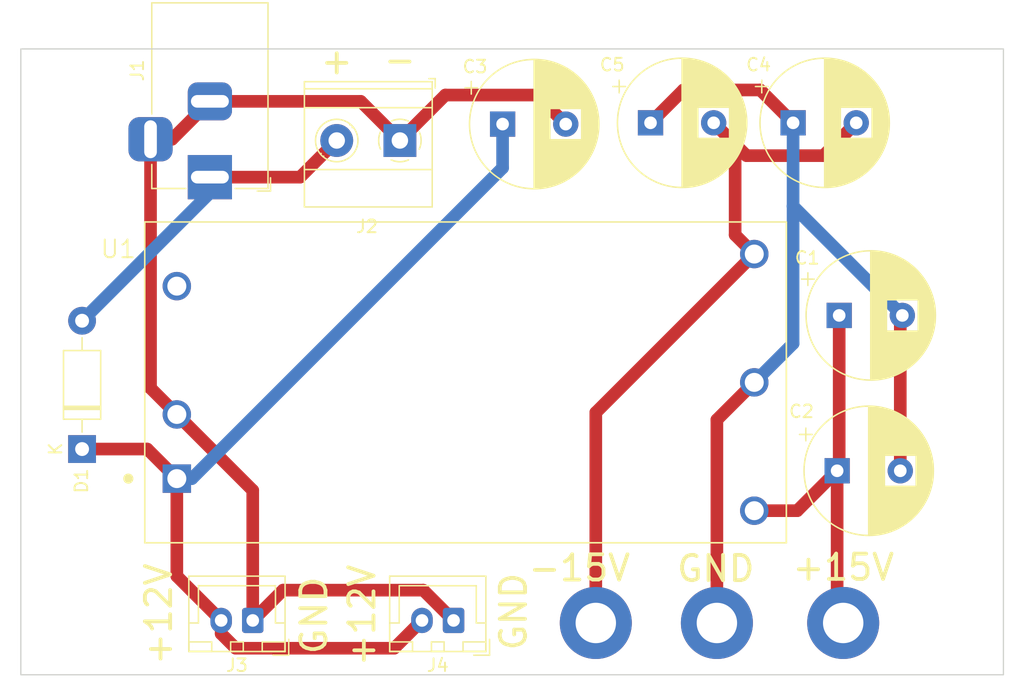
<source format=kicad_pcb>
(kicad_pcb (version 20211014) (generator pcbnew)
  (layers (0 "F.Cu" signal) (31 "B.Cu" signal) (34 "B.Paste" user) (35 "F.Paste" user) (36 "B.SilkS" user "B.Silkscreen") (37 "F.SilkS" user "F.Silkscreen") (38 "B.Mask" user) (39 "F.Mask" user) (44 "Edge.Cuts" user))
  (net 0 "")
  (net 1 "+15V")
  (net 2 "GND")
  (net 3 "Net-(C3-Pad1)")
  (net 4 "Net-(C3-Pad2)")
  (net 5 "-15V")
  (net 6 "Net-(D1-Pad2)")
  (footprint "Connector_JST:JST_XH_B2B-XH-A_1x02_P2.50mm_Vertical" (layer "F.Cu") (at 143.25 99 180)
    (fp_text reference "J3" (at 1.25 -3.55) (layer "F.SilkS"))
    (fp_text value "Conn_01x02")
    (pad "1" thru_hole roundrect locked (at 0 0 180) (size 1.7 2) (drill 1) (layers *.Cu *.Mask) (roundrect_rratio 0.1470588235) (net 4 "Net-(C3-Pad2)"))
    (pad "2" thru_hole oval locked (at 2.5 0 180) (size 1.7 2) (drill 1) (layers *.Cu *.Mask) (net 3 "Net-(C3-Pad1)"))
  )
  (footprint "TerminalBlock_Phoenix:TerminalBlock_Phoenix_MKDS-1,5-2_1x02_P5.00mm_Horizontal" (layer "F.Cu") (at 154.9 61 180)
    (fp_text reference "J2" (at 2.6 -6.805) (layer "F.SilkS"))
    (fp_text value "Screw_Terminal_01x02")
    (pad "1" thru_hole rect locked (at 0 0 180) (size 2.6 2.6) (drill 1.3) (layers *.Cu *.Mask) (net 4 "Net-(C3-Pad2)"))
    (pad "2" thru_hole circle locked (at 5 0 180) (size 2.6 2.6) (drill 1.3) (layers *.Cu *.Mask) (net 6 "Net-(D1-Pad2)"))
  )
  (footprint "Capacitor_THT:CP_Radial_D10.0mm_P5.00mm" (layer "F.Cu") (at 163.032323 59.7)
    (fp_text reference "C3" (at -2.182323 -4.55) (layer "F.SilkS"))
    (fp_text value "220u")
    (pad "1" thru_hole rect locked (at 0 0) (size 2 2) (drill 1) (layers *.Cu *.Mask) (net 3 "Net-(C3-Pad1)"))
    (pad "2" thru_hole circle locked (at 5 0) (size 2 2) (drill 1) (layers *.Cu *.Mask) (net 4 "Net-(C3-Pad2)"))
  )
  (footprint "Capacitor_THT:CP_Radial_D10.0mm_P5.00mm" (layer "F.Cu") (at 186.032323 59.6)
    (fp_text reference "C4" (at -2.732323 -4.6) (layer "F.SilkS"))
    (fp_text value "220u")
    (pad "1" thru_hole rect locked (at 0 0) (size 2 2) (drill 1) (layers *.Cu *.Mask) (net 2 "GND"))
    (pad "2" thru_hole circle locked (at 5 0) (size 2 2) (drill 1) (layers *.Cu *.Mask) (net 5 "-15V"))
  )
  (footprint "MountingHole:MountingHole_3.2mm_M3_ISO7380_Pad_TopBottom" (layer "F.Cu") (at 170.4125 99.2)
    (fp_text reference "H6" (at 0.0625 0.05) (layer "F.SilkS"))
    (fp_text value "MountingHole_Pad")
    (pad "1" thru_hole circle locked (at 0 0) (size 3.6 3.6) (drill 3.2) (layers *.Cu *.Mask) (net 5 "-15V"))
    (pad "1" connect circle locked (at 0 0) (size 5.7 5.7) (layers "B.Cu" "B.Mask") (net 5 "-15V"))
    (pad "1" connect circle locked (at 0 0) (size 5.7 5.7) (layers "F.Cu" "F.Mask") (net 5 "-15V"))
  )
  (footprint "MountingHole:MountingHole_3.2mm_M3_ISO7380_Pad_TopBottom" (layer "F.Cu") (at 180 99.2)
    (fp_text reference "H4" (at 0.0625 0.05) (layer "F.SilkS"))
    (fp_text value "MountingHole_Pad")
    (pad "1" connect circle locked (at 0 0) (size 5.7 5.7) (layers "F.Cu" "F.Mask") (net 2 "GND"))
    (pad "1" connect circle locked (at 0 0) (size 5.7 5.7) (layers "B.Cu" "B.Mask") (net 2 "GND"))
    (pad "1" thru_hole circle locked (at 0 0) (size 3.6 3.6) (drill 3.2) (layers *.Cu *.Mask) (net 2 "GND"))
  )
  (footprint "Connector_JST:JST_XH_B2B-XH-A_1x02_P2.50mm_Vertical" (layer "F.Cu") (at 159.15 99 180)
    (fp_text reference "J4" (at 1.25 -3.55) (layer "F.SilkS"))
    (fp_text value "Conn_01x02")
    (pad "1" thru_hole roundrect locked (at 0 0 180) (size 1.7 2) (drill 1) (layers *.Cu *.Mask) (roundrect_rratio 0.1470588235) (net 4 "Net-(C3-Pad2)"))
    (pad "2" thru_hole oval locked (at 2.5 0 180) (size 1.7 2) (drill 1) (layers *.Cu *.Mask) (net 3 "Net-(C3-Pad1)"))
  )
  (footprint "Capacitor_THT:CP_Radial_D10.0mm_P5.00mm" (layer "F.Cu") (at 189.682323 74.85)
    (fp_text reference "C1" (at -2.532323 -4.55) (layer "F.SilkS"))
    (fp_text value "220u")
    (pad "1" thru_hole rect locked (at 0 0) (size 2 2) (drill 1) (layers *.Cu *.Mask) (net 1 "+15V"))
    (pad "2" thru_hole circle locked (at 5 0) (size 2 2) (drill 1) (layers *.Cu *.Mask) (net 2 "GND"))
  )
  (footprint "Alex Custom:CONV_PYBE30-Q24-D12" (layer "F.Cu") (at 160.1 80.15)
    (fp_text reference "U1" (at -27.5 -10.55) (layer "F.SilkS") (effects (font (size 1.4 1.4))))
    (fp_text value "TEN20-2422WIN")
    (pad "1" thru_hole rect locked (at -22.86 7.62) (size 2.25 2.25) (drill 1.5) (layers *.Cu *.Mask) (net 3 "Net-(C3-Pad1)"))
    (pad "2" thru_hole circle locked (at -22.86 2.54) (size 2.25 2.25) (drill 1.5) (layers *.Cu *.Mask) (net 4 "Net-(C3-Pad2)"))
    (pad "3" thru_hole circle locked (at -22.86 -7.62) (size 2.25 2.25) (drill 1.5) (layers *.Cu *.Mask))
    (pad "4" thru_hole circle locked (at 22.86 -10.16) (size 2.25 2.25) (drill 1.5) (layers *.Cu *.Mask) (net 5 "-15V"))
    (pad "5" thru_hole circle locked (at 22.86 0) (size 2.25 2.25) (drill 1.5) (layers *.Cu *.Mask) (net 2 "GND"))
    (pad "6" thru_hole circle locked (at 22.86 10.16) (size 2.25 2.25) (drill 1.5) (layers *.Cu *.Mask) (net 1 "+15V"))
  )
  (footprint "Capacitor_THT:CP_Radial_D10.0mm_P5.00mm" (layer "F.Cu") (at 189.519823 87.15)
    (fp_text reference "C2" (at -2.819823 -4.7) (layer "F.SilkS"))
    (fp_text value "220u")
    (pad "1" thru_hole rect locked (at 0 0) (size 2 2) (drill 1) (layers *.Cu *.Mask) (net 1 "+15V"))
    (pad "2" thru_hole circle locked (at 5 0) (size 2 2) (drill 1) (layers *.Cu *.Mask) (net 2 "GND"))
  )
  (footprint "MountingHole:MountingHole_3.2mm_M3" (layer "F.Cu") (at 199.1875 99.8)
    (fp_text reference "H1" (at -0.1 -0.15) (layer "F.SilkS"))
    (fp_text value "MountingHole")
    (pad "" np_thru_hole circle locked (at 0 0) (size 3.2 3.2) (drill 3.2) (layers *.Cu *.Mask))
  )
  (footprint "MountingHole:MountingHole_3.2mm_M3" (layer "F.Cu") (at 128.3875 57.35)
    (fp_text reference "H3" (at -0.1 -0.05) (layer "F.SilkS"))
    (fp_text value "MountingHole")
    (pad "" np_thru_hole circle locked (at 0 0) (size 3.2 3.2) (drill 3.2) (layers *.Cu *.Mask))
  )
  (footprint "Connector_BarrelJack:BarrelJack_Horizontal" (layer "F.Cu") (at 139.8575 63.9 -90)
    (fp_text reference "J1" (at -8.45 5.75 90) (layer "F.SilkS"))
    (fp_text value "Barrel_Jack_Switch")
    (pad "1" thru_hole rect locked (at 0 0 270) (size 3.5 3.5) (drill oval 1 3) (layers *.Cu *.Mask) (net 6 "Net-(D1-Pad2)"))
    (pad "2" thru_hole roundrect locked (at -6 0 270) (size 3 3.5) (drill oval 1 3) (layers *.Cu *.Mask) (net 4 "Net-(C3-Pad2)"))
    (pad "3" thru_hole roundrect locked (at -3 4.7 270) (size 3.5 3.5) (drill oval 3 1) (layers *.Cu *.Mask) (net 4 "Net-(C3-Pad2)"))
  )
  (footprint "Diode_THT:D_DO-41_SOD81_P10.16mm_Horizontal" (layer "F.Cu") (at 129.7375 85.43 90)
    (fp_text reference "D1" (at -2.52 -0.05 90) (layer "F.SilkS"))
    (fp_text value "1N4007")
    (fp_text user "K" (at 0 -2.1 90) (layer "F.SilkS"))
    (pad "1" thru_hole rect locked (at 0 0 90) (size 2.2 2.2) (drill 1.1) (layers *.Cu *.Mask) (net 3 "Net-(C3-Pad1)"))
    (pad "2" thru_hole oval locked (at 10.16 0 90) (size 2.2 2.2) (drill 1.1) (layers *.Cu *.Mask) (net 6 "Net-(D1-Pad2)"))
  )
  (footprint "Capacitor_THT:CP_Radial_D10.0mm_P5.00mm" (layer "F.Cu") (at 174.744823 59.6)
    (fp_text reference "C5" (at -3.032323 -4.6) (layer "F.SilkS"))
    (fp_text value "220u")
    (pad "1" thru_hole rect locked (at 0 0) (size 2 2) (drill 1) (layers *.Cu *.Mask) (net 2 "GND"))
    (pad "2" thru_hole circle locked (at 5 0) (size 2 2) (drill 1) (layers *.Cu *.Mask) (net 5 "-15V"))
  )
  (footprint "MountingHole:MountingHole_3.2mm_M3" (layer "F.Cu") (at 128.3875 99.8)
    (fp_text reference "H7" (at 0.094646 0.1) (layer "F.SilkS"))
    (fp_text value "MountingHole")
    (pad "" np_thru_hole circle locked (at 0 0) (size 3.2 3.2) (drill 3.2) (layers *.Cu *.Mask))
  )
  (footprint "MountingHole:MountingHole_3.2mm_M3_ISO7380_Pad_TopBottom" (layer "F.Cu") (at 190 99.2)
    (fp_text reference "H2" (at 0.0625 0.05) (layer "F.SilkS"))
    (fp_text value "MountingHole_Pad")
    (pad "1" connect circle locked (at 0 0) (size 5.7 5.7) (layers "F.Cu" "F.Mask") (net 1 "+15V"))
    (pad "1" thru_hole circle locked (at 0 0) (size 3.6 3.6) (drill 3.2) (layers *.Cu *.Mask) (net 1 "+15V"))
    (pad "1" connect circle locked (at 0 0) (size 5.7 5.7) (layers "B.Cu" "B.Mask") (net 1 "+15V"))
  )
  (footprint "MountingHole:MountingHole_3.2mm_M3" (layer "F.Cu") (at 199.1875 57.35)
    (fp_text reference "H5" (at 0 0.15) (layer "F.SilkS"))
    (fp_text value "MountingHole")
    (pad "" np_thru_hole circle locked (at 0 0) (size 3.2 3.2) (drill 3.2) (layers *.Cu *.Mask))
  )
  (gr_rect (start 124.8875 53.75) (end 202.6875 103.3) (layer "Edge.Cuts") (width 0.1) (fill none))
  (gr_text "+12V" (at 135.8 98.5 90) (layer "F.SilkS") (effects (font (size 2 2) (thickness 0.3))))
  (gr_text "-15V" (at 169.1125 94.85) (layer "F.SilkS") (effects (font (size 2 2) (thickness 0.3))))
  (gr_text "GND" (at 179.9125 94.9) (layer "F.SilkS") (effects (font (size 2 2) (thickness 0.3))))
  (gr_text "+" (at 149.9 55 180) (layer "F.SilkS") (effects (font (size 2 2) (thickness 0.3))))
  (gr_text "GND" (at 148.1 98.6 90) (layer "F.SilkS") (effects (font (size 2 2) (thickness 0.3))))
  (gr_text "+12V" (at 151.9 98.6 90) (layer "F.SilkS") (effects (font (size 2 2) (thickness 0.3))))
  (gr_text "+15V" (at 190.0125 94.8) (layer "F.SilkS") (effects (font (size 2 2) (thickness 0.3))))
  (gr_text "GND" (at 163.9 98.3 90) (layer "F.SilkS") (effects (font (size 2 2) (thickness 0.3))))
  (gr_text "-" (at 154.9 54.9 180) (layer "F.SilkS") (effects (font (size 2 2) (thickness 0.3))))
  (segment (start 189.519823 87.15) (end 189.519823 98.719823) (width 1) (layer "F.Cu") (net 1))
  (segment (start 182.96 90.31) (end 186.359823 90.31) (width 1) (layer "F.Cu") (net 1))
  (segment (start 189.682323 86.9875) (end 189.519823 87.15) (width 1) (layer "F.Cu") (net 1))
  (segment (start 189.519823 98.719823) (end 190 99.2) (width 1) (layer "F.Cu") (net 1))
  (segment (start 186.359823 90.31) (end 189.519823 87.15) (width 1) (layer "F.Cu") (net 1))
  (segment (start 189.682323 74.85) (end 189.682323 86.9875) (width 1) (layer "F.Cu") (net 1))
  (segment (start 182.96 80.15) (end 180 83.11) (width 1) (layer "F.Cu") (net 2))
  (segment (start 183.432323 57) (end 186.032323 59.6) (width 1) (layer "F.Cu") (net 2))
  (segment (start 174.744823 59.6) (end 177.344823 57) (width 1) (layer "F.Cu") (net 2))
  (segment (start 194.519823 75.0125) (end 194.682323 74.85) (width 1) (layer "F.Cu") (net 2))
  (segment (start 180 83.11) (end 180 99.2) (width 1) (layer "F.Cu") (net 2))
  (segment (start 194.519823 87.15) (end 194.519823 75.0125) (width 1) (layer "F.Cu") (net 2))
  (segment (start 177.344823 57) (end 183.432323 57) (width 1) (layer "F.Cu") (net 2))
  (segment (start 186.032323 77.077677) (end 186.032323 66.2) (width 1) (layer "B.Cu") (net 2))
  (segment (start 182.96 80.15) (end 186.032323 77.077677) (width 1) (layer "B.Cu") (net 2))
  (segment (start 186.032323 59.6) (end 186.032323 66.2) (width 1) (layer "B.Cu") (net 2))
  (segment (start 186.032323 66.2) (end 194.682323 74.85) (width 1) (layer "B.Cu") (net 2))
  (segment (start 140.75 99) (end 140.75 100.05) (width 1) (layer "F.Cu") (net 3))
  (segment (start 141.9 101.2) (end 154.45 101.2) (width 1) (layer "F.Cu") (net 3))
  (segment (start 137.24 95.49) (end 140.75 99) (width 1) (layer "F.Cu") (net 3))
  (segment (start 140.75 100.05) (end 141.9 101.2) (width 1) (layer "F.Cu") (net 3))
  (segment (start 129.7375 85.43) (end 134.9 85.43) (width 1) (layer "F.Cu") (net 3))
  (segment (start 154.45 101.2) (end 156.65 99) (width 1) (layer "F.Cu") (net 3))
  (segment (start 134.9 85.43) (end 137.24 87.77) (width 1) (layer "F.Cu") (net 3))
  (segment (start 137.24 87.77) (end 137.24 95.49) (width 1) (layer "F.Cu") (net 3))
  (segment (start 138.43 87.77) (end 163.032323 63.167677) (width 1) (layer "B.Cu") (net 3))
  (segment (start 137.24 87.77) (end 138.43 87.77) (width 1) (layer "B.Cu") (net 3))
  (segment (start 163.032323 63.167677) (end 163.032323 59.7) (width 1) (layer "B.Cu") (net 3))
  (segment (start 165.732323 57.4) (end 168.032323 59.7) (width 1) (layer "F.Cu") (net 4))
  (segment (start 145.65 96.6) (end 156.75 96.6) (width 1) (layer "F.Cu") (net 4))
  (segment (start 135.1575 80.6075) (end 137.24 82.69) (width 1) (layer "F.Cu") (net 4))
  (segment (start 137.24 82.69) (end 143.25 88.7) (width 1) (layer "F.Cu") (net 4))
  (segment (start 135.1575 60.9) (end 136.8575 60.9) (width 1) (layer "F.Cu") (net 4))
  (segment (start 143.25 88.7) (end 143.25 99) (width 1) (layer "F.Cu") (net 4))
  (segment (start 139.8575 57.9) (end 151.8 57.9) (width 1) (layer "F.Cu") (net 4))
  (segment (start 158.5 57.4) (end 165.732323 57.4) (width 1) (layer "F.Cu") (net 4))
  (segment (start 156.75 96.6) (end 159.15 99) (width 1) (layer "F.Cu") (net 4))
  (segment (start 154.9 61) (end 158.5 57.4) (width 1) (layer "F.Cu") (net 4))
  (segment (start 143.25 99) (end 145.65 96.6) (width 1) (layer "F.Cu") (net 4))
  (segment (start 135.1575 60.9) (end 135.1575 80.6075) (width 1) (layer "F.Cu") (net 4))
  (segment (start 151.8 57.9) (end 154.9 61) (width 1) (layer "F.Cu") (net 4))
  (segment (start 136.8575 60.9) (end 139.8575 57.9) (width 1) (layer "F.Cu") (net 4))
  (segment (start 181.444334 68.474334) (end 182.96 69.99) (width 1) (layer "F.Cu") (net 5))
  (segment (start 182.344823 62.2) (end 181.444334 61.299511) (width 1) (layer "F.Cu") (net 5))
  (segment (start 170.4125 82.5375) (end 182.96 69.99) (width 1) (layer "F.Cu") (net 5))
  (segment (start 181.444334 61.299511) (end 181.444334 68.474334) (width 1) (layer "F.Cu") (net 5))
  (segment (start 179.744823 59.6) (end 181.444334 61.299511) (width 1) (layer "F.Cu") (net 5))
  (segment (start 191.032323 59.6) (end 188.432323 62.2) (width 1) (layer "F.Cu") (net 5))
  (segment (start 170.4125 99.2) (end 170.4125 82.5375) (width 1) (layer "F.Cu") (net 5))
  (segment (start 188.432323 62.2) (end 182.344823 62.2) (width 1) (layer "F.Cu") (net 5))
  (segment (start 139.8575 63.9) (end 147 63.9) (width 1) (layer "F.Cu") (net 6))
  (segment (start 147 63.9) (end 149.9 61) (width 1) (layer "F.Cu") (net 6))
  (segment (start 139.8575 65.15) (end 139.8575 63.9) (width 1) (layer "B.Cu") (net 6))
  (segment (start 129.7375 75.27) (end 139.8575 65.15) (width 1) (layer "B.Cu") (net 6))
)
</source>
